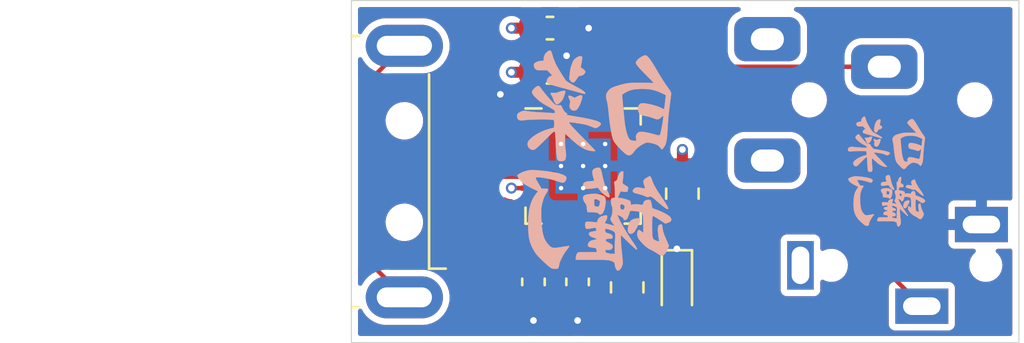
<source format=kicad_pcb>
(kicad_pcb (version 20211014) (generator pcbnew)
  (title_block (title "Baofeng Programming Cable") (date "2021-08-29") (rev "v1.0") (company "Jared Jackson"))
  (layers (0 "F.Cu" signal) (1 "In1.Cu" power) (2 "In2.Cu" power) (31 "B.Cu" power) (34 "B.Paste" user) (35 "F.Paste" user) (36 "B.SilkS" user "B.Silkscreen") (37 "F.SilkS" user "F.Silkscreen") (38 "B.Mask" user) (39 "F.Mask" user) (44 "Edge.Cuts" user))
  (net 0 "")
  (net 1 "+5V")
  (net 2 "GND")
  (net 3 "+3V3")
  (net 4 "Net-(D1-Pad2)")
  (net 5 "usb-")
  (net 6 "usb+")
  (net 7 "Net-(J2-Pad5)")
  (net 8 "Net-(R2-Pad1)")
  (net 9 "Net-(U2-Pad22)")
  (net 10 "Net-(U2-Pad15)")
  (net 11 "Net-(U2-Pad1)")
  (net 12 "Net-(U2-Pad2)")
  (net 13 "Net-(U2-Pad10)")
  (net 14 "Net-(U2-Pad11)")
  (net 15 "Net-(U2-Pad12)")
  (net 16 "Net-(U2-Pad13)")
  (net 17 "Net-(U2-Pad14)")
  (net 18 "Net-(U2-Pad16)")
  (net 19 "Net-(U2-Pad17)")
  (net 20 "Net-(U2-Pad18)")
  (net 21 "Net-(U2-Pad19)")
  (net 22 "Net-(U2-Pad20)")
  (net 23 "Net-(U2-Pad21)")
  (net 24 "Net-(U2-Pad23)")
  (net 25 "Net-(U2-Pad24)")
  (net 26 "Rx")
  (net 27 "Tx")
  (net 28 "Net-(U2-Pad27)")
  (net 29 "Net-(U2-Pad28)")
  (net 30 "Net-(J1-PadR)")
  (net 31 "Net-(J1-PadT)")
  (net 32 "Net-(J3-PadT)")
  (footprint "Capacitor_SMD:C_0603_1608Metric_Pad1.08x0.95mm_HandSolder" (layer "F.Cu") (at 107.65 70.75 -90)
    (fp_text reference "C1" hide)
    (fp_text value "1uF" hide)
    (pad "1" smd roundrect locked (at -0.8625 0 270) (size 1.075 0.95) (layers "F.Cu" "F.Paste" "F.Mask") (net 1 "+5V"))
    (pad "2" smd roundrect locked (at 0.8625 0 270) (size 1.075 0.95) (layers "F.Cu" "F.Paste" "F.Mask") (net 2 "GND"))
  )
  (footprint "Capacitor_SMD:C_0603_1608Metric_Pad1.08x0.95mm_HandSolder" (layer "F.Cu") (at 105.65 70.75 -90)
    (fp_text reference "C2" hide)
    (fp_text value "100nF" hide)
    (pad "1" smd roundrect locked (at -0.8625 0 270) (size 1.075 0.95) (layers "F.Cu" "F.Paste" "F.Mask") (net 1 "+5V"))
    (pad "2" smd roundrect locked (at 0.8625 0 270) (size 1.075 0.95) (layers "F.Cu" "F.Paste" "F.Mask") (net 2 "GND"))
  )
  (footprint "Capacitor_SMD:C_0603_1608Metric_Pad1.08x0.95mm_HandSolder" (layer "F.Cu") (at 106.4 61.25)
    (fp_text reference "C3" hide)
    (fp_text value "1uF" hide)
    (pad "1" smd roundrect locked (at -0.8625 0) (size 1.075 0.95) (layers "F.Cu" "F.Paste" "F.Mask") (net 3 "+3V3"))
    (pad "2" smd roundrect locked (at 0.8625 0) (size 1.075 0.95) (layers "F.Cu" "F.Paste" "F.Mask") (net 2 "GND"))
  )
  (footprint "Capacitor_SMD:C_0603_1608Metric_Pad1.08x0.95mm_HandSolder" (layer "F.Cu") (at 106.4 59.25)
    (fp_text reference "C4" hide)
    (fp_text value "100nF" hide)
    (pad "1" smd roundrect locked (at -0.8625 0) (size 1.075 0.95) (layers "F.Cu" "F.Paste" "F.Mask") (net 3 "+3V3"))
    (pad "2" smd roundrect locked (at 0.8625 0) (size 1.075 0.95) (layers "F.Cu" "F.Paste" "F.Mask") (net 2 "GND"))
  )
  (footprint "LED_SMD:LED_0603_1608Metric_Castellated" (layer "F.Cu") (at 112.15 71 -90)
    (fp_text reference "D1" hide)
    (fp_text value "red" hide)
    (pad "1" smd roundrect locked (at -0.8125 0 270) (size 1.225 0.85) (layers "F.Cu" "F.Paste" "F.Mask") (net 2 "GND"))
    (pad "2" smd roundrect locked (at 0.8125 0 270) (size 1.225 0.85) (layers "F.Cu" "F.Paste" "F.Mask") (net 4 "Net-(D1-Pad2)"))
  )
  (footprint "0_jared:STX-3000" (layer "F.Cu") (at 127.65 62.5 180)
    (fp_text reference "J1" hide)
    (fp_text value "3.5" hide)
    (pad "" np_thru_hole circle locked (at 2 0 180) (size 1 1) (drill 1) (layers *.Cu *.Mask))
    (pad "" np_thru_hole circle locked (at 9.5 0 180) (size 1 1) (drill 1) (layers *.Cu *.Mask))
    (pad "R" thru_hole roundrect locked (at 11.4 -2.75 180) (size 3 2) (drill oval 1.5 1) (layers *.Cu *.Mask) (net 30 "Net-(J1-PadR)"))
    (pad "S" thru_hole roundrect locked (at 6.1 1.5 180) (size 3 2) (drill oval 1.5 1) (layers *.Cu *.Mask) (net 27 "Tx"))
    (pad "T" thru_hole roundrect locked (at 11.4 2.75 180) (size 3 2) (drill oval 1.5 1) (layers *.Cu *.Mask) (net 31 "Net-(J1-PadT)"))
  )
  (footprint "0_jared:USB_A_CNCTech_1001-011-01101_Horizontal_3d" (layer "F.Cu") (at 92.9 65.75 180)
    (fp_text reference "J2" hide)
    (fp_text value "USB_A" hide)
    (pad "" np_thru_hole circle locked (at -6.9 2.3 180) (size 1.1 1.1) (drill 1.1) (layers *.Cu *.Mask))
    (pad "" np_thru_hole circle locked (at -6.9 -2.3 180) (size 1.1 1.1) (drill 1.1) (layers *.Cu *.Mask))
    (pad "1" smd rect locked (at -9.65 -3.5 180) (size 2.5 1.1) (layers "F.Cu" "F.Paste" "F.Mask") (net 1 "+5V"))
    (pad "2" smd rect locked (at -9.65 -1 180) (size 2.5 1.1) (layers "F.Cu" "F.Paste" "F.Mask") (net 5 "usb-"))
    (pad "3" smd rect locked (at -9.65 1 180) (size 2.5 1.1) (layers "F.Cu" "F.Paste" "F.Mask") (net 6 "usb+"))
    (pad "4" smd rect locked (at -9.65 3.5 180) (size 2.5 1.1) (layers "F.Cu" "F.Paste" "F.Mask") (net 2 "GND"))
    (pad "5" thru_hole oval locked (at -6.9 5.7 180) (size 3.5 1.9) (drill oval 2.5 0.9) (layers *.Cu *.Mask) (net 7 "Net-(J2-Pad5)"))
    (pad "5" thru_hole oval locked (at -6.9 -5.7 180) (size 3.5 1.9) (drill oval 2.5 0.9) (layers *.Cu *.Mask) (net 7 "Net-(J2-Pad5)"))
  )
  (footprint "Resistor_SMD:R_0805_2012Metric_Pad1.20x1.40mm_HandSolder" (layer "F.Cu") (at 109.9 71 -90)
    (fp_text reference "R1" hide)
    (fp_text value "3.5k" hide)
    (pad "1" smd roundrect locked (at -1 0 270) (size 1.2 1.4) (layers "F.Cu" "F.Paste" "F.Mask") (roundrect_rratio 0.2083325) (net 1 "+5V"))
    (pad "2" smd roundrect locked (at 1 0 270) (size 1.2 1.4) (layers "F.Cu" "F.Paste" "F.Mask") (roundrect_rratio 0.2083325) (net 4 "Net-(D1-Pad2)"))
  )
  (footprint "Resistor_SMD:R_0805_2012Metric_Pad1.20x1.40mm_HandSolder" (layer "F.Cu") (at 112.4 66.75 90)
    (fp_text reference "R2" hide)
    (fp_text value "10k" hide)
    (pad "1" smd roundrect locked (at -1 0 90) (size 1.2 1.4) (layers "F.Cu" "F.Paste" "F.Mask") (roundrect_rratio 0.2083325) (net 8 "Net-(R2-Pad1)"))
    (pad "2" smd roundrect locked (at 1 0 90) (size 1.2 1.4) (layers "F.Cu" "F.Paste" "F.Mask") (roundrect_rratio 0.2083325) (net 3 "+3V3"))
  )
  (footprint "Package_DFN_QFN:QFN-28-1EP_5x5mm_P0.5mm_EP3.35x3.35mm_ThermalVias" (layer "F.Cu") (at 107.9 65.5)
    (fp_text reference "U2" hide)
    (fp_text value "CP2102-GMR_NRND" hide)
    (pad "1" smd roundrect locked (at -2.45 -1.5) (size 0.8 0.25) (layers "F.Cu" "F.Paste" "F.Mask") (net 11 "Net-(U2-Pad1)"))
    (pad "2" smd roundrect locked (at -2.45 -1) (size 0.8 0.25) (layers "F.Cu" "F.Paste" "F.Mask") (net 12 "Net-(U2-Pad2)"))
    (pad "3" smd roundrect locked (at -2.45 -0.5) (size 0.8 0.25) (layers "F.Cu" "F.Paste" "F.Mask") (net 2 "GND"))
    (pad "4" smd roundrect locked (at -2.45 0) (size 0.8 0.25) (layers "F.Cu" "F.Paste" "F.Mask") (net 6 "usb+"))
    (pad "5" smd roundrect locked (at -2.45 0.5) (size 0.8 0.25) (layers "F.Cu" "F.Paste" "F.Mask") (net 5 "usb-"))
    (pad "6" smd roundrect locked (at -2.45 1) (size 0.8 0.25) (layers "F.Cu" "F.Paste" "F.Mask") (net 3 "+3V3"))
    (pad "7" smd roundrect locked (at -2.45 1.5) (size 0.8 0.25) (layers "F.Cu" "F.Paste" "F.Mask") (net 1 "+5V"))
    (pad "8" smd roundrect locked (at -1.5 2.45) (size 0.25 0.8) (layers "F.Cu" "F.Paste" "F.Mask") (net 1 "+5V"))
    (pad "9" smd roundrect locked (at -1 2.45) (size 0.25 0.8) (layers "F.Cu" "F.Paste" "F.Mask") (net 8 "Net-(R2-Pad1)"))
    (pad "10" smd roundrect locked (at -0.5 2.45) (size 0.25 0.8) (layers "F.Cu" "F.Paste" "F.Mask") (net 13 "Net-(U2-Pad10)"))
    (pad "11" smd roundrect locked (at 0 2.45) (size 0.25 0.8) (layers "F.Cu" "F.Paste" "F.Mask") (net 14 "Net-(U2-Pad11)"))
    (pad "12" smd roundrect locked (at 0.5 2.45) (size 0.25 0.8) (layers "F.Cu" "F.Paste" "F.Mask") (net 15 "Net-(U2-Pad12)"))
    (pad "13" smd roundrect locked (at 1 2.45) (size 0.25 0.8) (layers "F.Cu" "F.Paste" "F.Mask") (net 16 "Net-(U2-Pad13)"))
    (pad "14" smd roundrect locked (at 1.5 2.45) (size 0.25 0.8) (layers "F.Cu" "F.Paste" "F.Mask") (net 17 "Net-(U2-Pad14)"))
    (pad "15" smd roundrect locked (at 2.45 1.5) (size 0.8 0.25) (layers "F.Cu" "F.Paste" "F.Mask") (net 10 "Net-(U2-Pad15)"))
    (pad "16" smd roundrect locked (at 2.45 1) (size 0.8 0.25) (layers "F.Cu" "F.Paste" "F.Mask") (net 18 "Net-(U2-Pad16)"))
    (pad "17" smd roundrect locked (at 2.45 0.5) (size 0.8 0.25) (layers "F.Cu" "F.Paste" "F.Mask") (net 19 "Net-(U2-Pad17)"))
    (pad "18" smd roundrect locked (at 2.45 0) (size 0.8 0.25) (layers "F.Cu" "F.Paste" "F.Mask") (net 20 "Net-(U2-Pad18)"))
    (pad "19" smd roundrect locked (at 2.45 -0.5) (size 0.8 0.25) (layers "F.Cu" "F.Paste" "F.Mask") (net 21 "Net-(U2-Pad19)"))
    (pad "20" smd roundrect locked (at 2.45 -1) (size 0.8 0.25) (layers "F.Cu" "F.Paste" "F.Mask") (net 22 "Net-(U2-Pad20)"))
    (pad "21" smd roundrect locked (at 2.45 -1.5) (size 0.8 0.25) (layers "F.Cu" "F.Paste" "F.Mask") (net 23 "Net-(U2-Pad21)"))
    (pad "22" smd roundrect locked (at 1.5 -2.45) (size 0.25 0.8) (layers "F.Cu" "F.Paste" "F.Mask") (net 9 "Net-(U2-Pad22)"))
    (pad "23" smd roundrect locked (at 1 -2.45) (size 0.25 0.8) (layers "F.Cu" "F.Paste" "F.Mask") (net 24 "Net-(U2-Pad23)"))
    (pad "24" smd roundrect locked (at 0.5 -2.45) (size 0.25 0.8) (layers "F.Cu" "F.Paste" "F.Mask") (net 25 "Net-(U2-Pad24)"))
    (pad "25" smd roundrect locked (at 0 -2.45) (size 0.25 0.8) (layers "F.Cu" "F.Paste" "F.Mask") (net 26 "Rx"))
    (pad "26" smd roundrect locked (at -0.5 -2.45) (size 0.25 0.8) (layers "F.Cu" "F.Paste" "F.Mask") (net 27 "Tx"))
    (pad "27" smd roundrect locked (at -1 -2.45) (size 0.25 0.8) (layers "F.Cu" "F.Paste" "F.Mask") (net 28 "Net-(U2-Pad27)"))
    (pad "28" smd roundrect locked (at -1.5 -2.45) (size 0.25 0.8) (layers "F.Cu" "F.Paste" "F.Mask") (net 29 "Net-(U2-Pad28)"))
    (pad "29" thru_hole circle locked (at 1 1) (size 0.5 0.5) (drill 0.2) (layers *.Cu) (net 2 "GND"))
    (pad "29" thru_hole circle locked (at 1 0) (size 0.5 0.5) (drill 0.2) (layers *.Cu) (net 2 "GND"))
    (pad "29" thru_hole circle locked (at 0 0) (size 0.5 0.5) (drill 0.2) (layers *.Cu) (net 2 "GND"))
    (pad "29" thru_hole circle locked (at 1 -1) (size 0.5 0.5) (drill 0.2) (layers *.Cu) (net 2 "GND"))
    (pad "29" thru_hole circle locked (at -1 1) (size 0.5 0.5) (drill 0.2) (layers *.Cu) (net 2 "GND"))
    (pad "29" thru_hole circle locked (at -1 0) (size 0.5 0.5) (drill 0.2) (layers *.Cu) (net 2 "GND"))
    (pad "29" smd rect locked (at 0 0) (size 2.5 2.5) (layers "B.Cu") (net 2 "GND"))
    (pad "29" thru_hole circle locked (at 0 -1) (size 0.5 0.5) (drill 0.2) (layers *.Cu) (net 2 "GND"))
    (pad "29" thru_hole circle locked (at -1 -1) (size 0.5 0.5) (drill 0.2) (layers *.Cu) (net 2 "GND"))
    (pad "29" thru_hole circle locked (at 0 1) (size 0.5 0.5) (drill 0.2) (layers *.Cu) (net 2 "GND"))
    (pad "29" smd rect locked (at 0 0) (size 3.35 3.35) (layers "F.Cu" "F.Mask") (net 2 "GND"))
  )
  (footprint "0_jared:STX-2000" (layer "F.Cu") (at 127.65 70 -90)
    (fp_text reference "J3" hide)
    (fp_text value "2.5" hide)
    (pad "" np_thru_hole circle locked (at 0 8.5 270) (size 0.9 0.9) (drill 0.9) (layers *.Cu *.Mask))
    (pad "" np_thru_hole circle locked (at 0 1.5 270) (size 0.9 0.9) (drill 0.9) (layers *.Cu *.Mask))
    (pad "R" thru_hole rect locked (at 1.85 4.4 270) (size 1.6 2.4) (drill oval 0.8 1.7) (layers *.Cu *.Mask) (net 26 "Rx"))
    (pad "S" thru_hole rect locked (at -1.85 1.7 270) (size 1.6 2.4) (drill oval 0.8 1.7) (layers *.Cu *.Mask) (net 2 "GND"))
    (pad "T" thru_hole rect locked (at 0 9.9) (size 1.2 2.2) (drill oval 0.8 1.7) (layers *.Cu *.Mask) (net 32 "Net-(J3-PadT)"))
  )
  (footprint "0_logo:5" (layer "B.Cu") (at 121.65 65.75 180)
    (fp_text reference "G***" hide)
    (fp_text value "LOGO" hide)
  )
  (footprint "0_logo:10" (layer "B.Cu") (at 108.4 65.25 180)
    (fp_text reference "G***" hide)
    (fp_text value "LOGO" hide)
  )
  (gr_line (start 97.4 58) (end 127.65 58) (layer "Edge.Cuts") (width 0.05))
  (gr_line (start 97.4 58) (end 97.4 73.5) (layer "Edge.Cuts") (width 0.05))
  (gr_line (start 127.65 73.5) (end 127.65 58) (layer "Edge.Cuts") (width 0.05))
  (gr_line (start 97.4 73.5) (end 127.65 73.5) (layer "Edge.Cuts") (width 0.05))
  (segment (start 105.45 65) (end 106.4 65) (width 0.2) (layer "F.Cu") (net 2))
  (segment (start 107.15 60.5) (end 107.15 61.1375) (width 0.5) (layer "F.Cu") (net 2))
  (segment (start 107.65 72.5) (end 107.65 71.6125) (width 0.5) (layer "F.Cu") (net 2))
  (segment (start 107.15 61.1375) (end 107.2625 61.25) (width 0.5) (layer "F.Cu") (net 2))
  (segment (start 112.15 69.25) (end 112.15 70.1875) (width 0.5) (layer "F.Cu") (net 2))
  (segment (start 108.15 59.25) (end 107.2625 59.25) (width 0.5) (layer "F.Cu") (net 2))
  (segment (start 106.4 65) (end 106.9 64.5) (width 0.2) (layer "F.Cu") (net 2))
  (segment (start 104.15 62.25) (end 102.55 62.25) (width 0.5) (layer "F.Cu") (net 2))
  (segment (start 105.65 72.5) (end 105.65 71.6125) (width 0.5) (layer "F.Cu") (net 2))
  (via (at 107.65 72.5) (size 0.5) (drill 0.3) (layers "F.Cu" "B.Cu") (net 2))
  (via (at 108.15 59.25) (size 0.5) (drill 0.3) (layers "F.Cu" "B.Cu") (net 2))
  (via (at 104.15 62.25) (size 0.5) (drill 0.3) (layers "F.Cu" "B.Cu") (net 2))
  (via (at 105.65 72.5) (size 0.5) (drill 0.3) (layers "F.Cu" "B.Cu") (net 2))
  (via (at 112.15 69.25) (size 0.5) (drill 0.3) (layers "F.Cu" "B.Cu") (net 2))
  (via (at 107.15 60.5) (size 0.5) (drill 0.3) (layers "F.Cu" "B.Cu") (net 2))
  (segment (start 104.65 61.25) (end 105.5375 61.25) (width 0.5) (layer "F.Cu") (net 3))
  (segment (start 104.65 59.25) (end 105.5375 59.25) (width 0.5) (layer "F.Cu") (net 3))
  (segment (start 104.65 66.5) (end 105.45 66.5) (width 0.2) (layer "F.Cu") (net 3))
  (segment (start 112.4 64.75) (end 112.4 65.75) (width 0.5) (layer "F.Cu") (net 3))
  (via (at 104.65 59.25) (size 0.5) (drill 0.3) (layers "F.Cu" "B.Cu") (net 3))
  (via (at 104.65 66.5) (size 0.5) (drill 0.3) (layers "F.Cu" "B.Cu") (net 3))
  (via (at 104.65 61.25) (size 0.5) (drill 0.3) (layers "F.Cu" "B.Cu") (net 3))
  (via (at 112.4 64.75) (size 0.5) (drill 0.3) (layers "F.Cu" "B.Cu") (net 3))
  (segment (start 112.15 71.8125) (end 110.0875 71.8125) (width 0.5) (layer "F.Cu") (net 4))
  (segment (start 110.0875 71.8125) (end 109.9 72) (width 0.5) (layer "F.Cu") (net 4))
  (segment (start 102.55 66.75) (end 103.25 66.75) (width 0.246888) (layer "F.Cu") (net 5))
  (segment (start 105.412344 65.962344) (end 105.45 66) (width 0.246888) (layer "F.Cu") (net 5))
  (segment (start 104.037656 65.962344) (end 105.412344 65.962344) (width 0.246888) (layer "F.Cu") (net 5))
  (segment (start 103.25 66.75) (end 104.037656 65.962344) (width 0.246888) (layer "F.Cu") (net 5))
  (segment (start 103.25 64.75) (end 104.037656 65.537656) (width 0.246888) (layer "F.Cu") (net 6))
  (segment (start 104.037656 65.537656) (end 105.412344 65.537656) (width 0.246888) (layer "F.Cu") (net 6))
  (segment (start 102.55 64.75) (end 103.25 64.75) (width 0.246888) (layer "F.Cu") (net 6))
  (segment (start 105.412344 65.537656) (end 105.45 65.5) (width 0.246888) (layer "F.Cu") (net 6))
  (segment (start 97.9 69.55) (end 99.8 71.45) (width 0.2) (layer "F.Cu") (net 7))
  (segment (start 97.9 61.95) (end 97.9 69.55) (width 0.2) (layer "F.Cu") (net 7))
  (segment (start 99.8 60.05) (end 97.9 61.95) (width 0.2) (layer "F.Cu") (net 7))
  (segment (start 106.9 68.35) (end 107.3 68.75) (width 0.2) (layer "F.Cu") (net 8))
  (segment (start 111.4 68.75) (end 112.4 67.75) (width 0.2) (layer "F.Cu") (net 8))
  (segment (start 106.9 67.95) (end 106.9 68.35) (width 0.2) (layer "F.Cu") (net 8))
  (segment (start 107.3 68.75) (end 111.4 68.75) (width 0.2) (layer "F.Cu") (net 8))
  (segment (start 107.9 63.05) (end 107.9 62.65) (width 0.2) (layer "F.Cu") (net 26))
  (segment (start 114.9 67.75) (end 119.15 67.75) (width 0.2) (layer "F.Cu") (net 26))
  (segment (start 113.9 66.75) (end 114.9 67.75) (width 0.2) (layer "F.Cu") (net 26))
  (segment (start 112.15 62.25) (end 113.9 64) (width 0.2) (layer "F.Cu") (net 26))
  (segment (start 113.9 64) (end 113.9 66.75) (width 0.2) (layer "F.Cu") (net 26))
  (segment (start 119.15 67.75) (end 123.25 71.85) (width 0.2) (layer "F.Cu") (net 26))
  (segment (start 108.3 62.25) (end 112.15 62.25) (width 0.2) (layer "F.Cu") (net 26))
  (segment (start 107.9 62.65) (end 108.3 62.25) (width 0.2) (layer "F.Cu") (net 26))
  (segment (start 121.55 61) (end 108.9 61) (width 0.2) (layer "F.Cu") (net 27))
  (segment (start 108.9 61) (end 107.4 62.5) (width 0.2) (layer "F.Cu") (net 27))
  (segment (start 107.4 62.5) (end 107.4 63.05) (width 0.2) (layer "F.Cu") (net 27))
  (zone (net 0) (net_name "") (layer "F.Cu") (connect_pads (clearance 0.3)) (min_thickness 0.2) (fill yes (thermal_gap 0.3) (thermal_bridge_width 0.5))
    (polygon (pts (xy 127.65 73.5) (xy 97.4 73.5) (xy 97.4 58) (xy 127.65 58)))
  )
  (zone (net 1) (net_name "+5V") (layer "F.Cu") (priority 1) (connect_pads (clearance 0.25)) (min_thickness 0.2) (fill yes (thermal_gap 0.3) (thermal_bridge_width 0.5) (smoothing fillet) (radius 1))
    (polygon (pts (xy 106.15 67.5) (xy 106.9 67.5) (xy 106.9 68.25) (xy 107.4 68.75) (xy 110.9 68.75) (xy 110.9 70.25) (xy 101.9 70.25) (xy 101.9 67.75) (xy 104.15 67.75) (xy 104.15 66.75) (xy 106.15 66.75)))
  )
  (zone (net 2) (net_name "GND") (layer "B.Cu") (connect_pads (clearance 0.3)) (min_thickness 0.2) (fill yes (thermal_gap 0.3) (thermal_bridge_width 0.5))
    (polygon (pts (xy 127.65 73.5) (xy 97.4 73.5) (xy 97.4 58) (xy 127.65 58)))
  )
)
</source>
